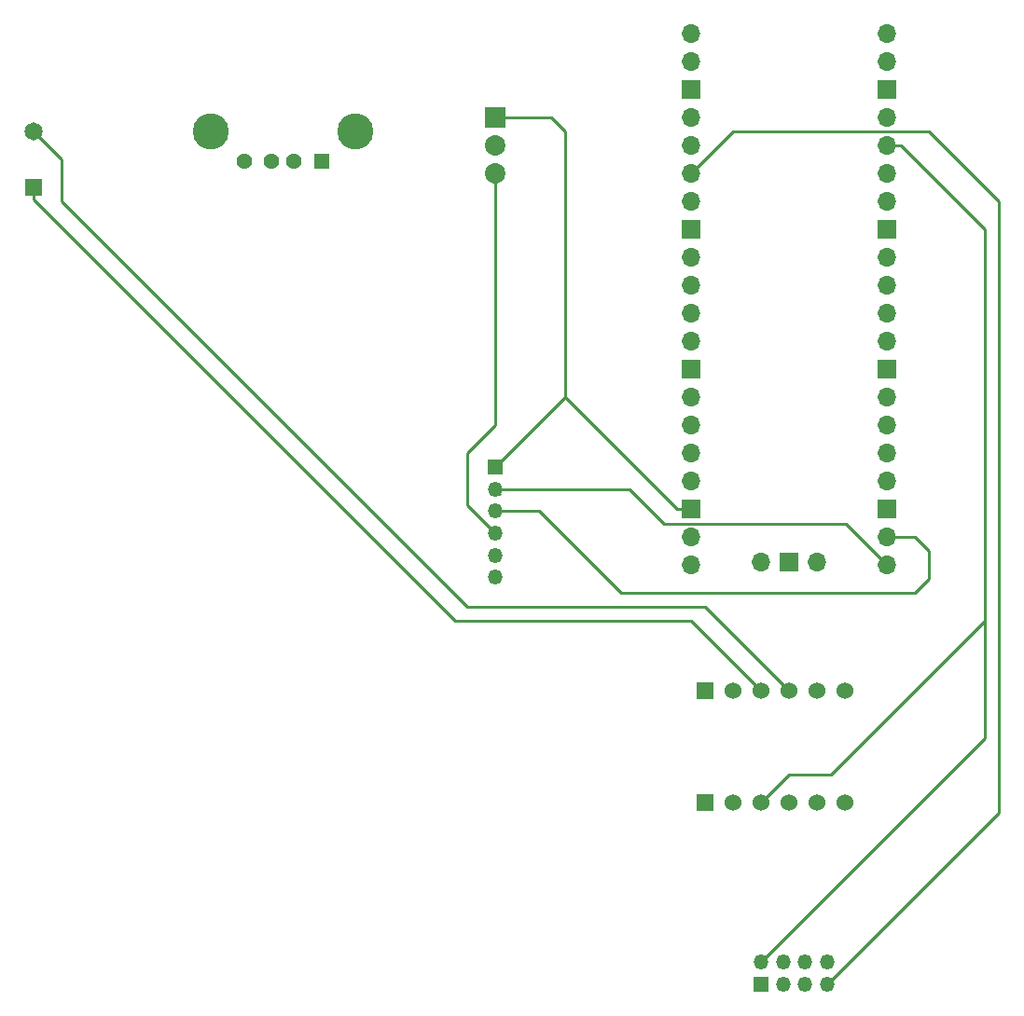
<source format=gbr>
%TF.GenerationSoftware,KiCad,Pcbnew,(5.1.10-1-10_14)*%
%TF.CreationDate,2021-09-06T17:53:20-04:00*%
%TF.ProjectId,CC_PCB_V1,43435f50-4342-45f5-9631-2e6b69636164,rev?*%
%TF.SameCoordinates,Original*%
%TF.FileFunction,Copper,L2,Bot*%
%TF.FilePolarity,Positive*%
%FSLAX46Y46*%
G04 Gerber Fmt 4.6, Leading zero omitted, Abs format (unit mm)*
G04 Created by KiCad (PCBNEW (5.1.10-1-10_14)) date 2021-09-06 17:53:20*
%MOMM*%
%LPD*%
G01*
G04 APERTURE LIST*
%TA.AperFunction,ComponentPad*%
%ADD10C,1.650000*%
%TD*%
%TA.AperFunction,ComponentPad*%
%ADD11R,1.650000X1.650000*%
%TD*%
%TA.AperFunction,ComponentPad*%
%ADD12O,1.700000X1.700000*%
%TD*%
%TA.AperFunction,ComponentPad*%
%ADD13R,1.700000X1.700000*%
%TD*%
%TA.AperFunction,ComponentPad*%
%ADD14C,1.860000*%
%TD*%
%TA.AperFunction,ComponentPad*%
%ADD15R,1.860000X1.860000*%
%TD*%
%TA.AperFunction,ComponentPad*%
%ADD16O,1.350000X1.350000*%
%TD*%
%TA.AperFunction,ComponentPad*%
%ADD17R,1.350000X1.350000*%
%TD*%
%TA.AperFunction,ComponentPad*%
%ADD18C,3.276000*%
%TD*%
%TA.AperFunction,ComponentPad*%
%ADD19C,1.428000*%
%TD*%
%TA.AperFunction,ComponentPad*%
%ADD20R,1.428000X1.428000*%
%TD*%
%TA.AperFunction,ComponentPad*%
%ADD21C,1.524000*%
%TD*%
%TA.AperFunction,ComponentPad*%
%ADD22R,1.524000X1.524000*%
%TD*%
%TA.AperFunction,Conductor*%
%ADD23C,0.250000*%
%TD*%
G04 APERTURE END LIST*
D10*
%TO.P,Screw_Terminal1,2*%
%TO.N,Net-(Screw_Terminal1-Pad2)*%
X68580000Y-35560000D03*
D11*
%TO.P,Screw_Terminal1,1*%
%TO.N,Net-(Screw_Terminal1-Pad1)*%
X68580000Y-40640000D03*
%TD*%
D12*
%TO.P,U1,43*%
%TO.N,Net-(U1-Pad43)*%
X139700000Y-74700000D03*
D13*
%TO.P,U1,42*%
%TO.N,Net-(U1-Pad42)*%
X137160000Y-74700000D03*
D12*
%TO.P,U1,41*%
%TO.N,Net-(U1-Pad41)*%
X134620000Y-74700000D03*
%TO.P,U1,40*%
%TO.N,Net-(U1-Pad40)*%
X146050000Y-26670000D03*
%TO.P,U1,39*%
%TO.N,+3V3*%
X146050000Y-29210000D03*
D13*
%TO.P,U1,38*%
%TO.N,Net-(U1-Pad38)*%
X146050000Y-31750000D03*
D12*
%TO.P,U1,37*%
%TO.N,Net-(U1-Pad37)*%
X146050000Y-34290000D03*
%TO.P,U1,36*%
%TO.N,+3V3*%
X146050000Y-36830000D03*
%TO.P,U1,35*%
%TO.N,Net-(U1-Pad35)*%
X146050000Y-39370000D03*
%TO.P,U1,34*%
%TO.N,GP28*%
X146050000Y-41910000D03*
D13*
%TO.P,U1,33*%
%TO.N,Net-(U1-Pad33)*%
X146050000Y-44450000D03*
D12*
%TO.P,U1,32*%
%TO.N,Net-(U1-Pad32)*%
X146050000Y-46990000D03*
%TO.P,U1,31*%
%TO.N,Net-(U1-Pad31)*%
X146050000Y-49530000D03*
%TO.P,U1,30*%
%TO.N,Net-(U1-Pad30)*%
X146050000Y-52070000D03*
%TO.P,U1,29*%
%TO.N,Net-(U1-Pad29)*%
X146050000Y-54610000D03*
D13*
%TO.P,U1,28*%
%TO.N,Net-(U1-Pad28)*%
X146050000Y-57150000D03*
D12*
%TO.P,U1,27*%
%TO.N,Net-(U1-Pad27)*%
X146050000Y-59690000D03*
%TO.P,U1,26*%
%TO.N,Net-(U1-Pad26)*%
X146050000Y-62230000D03*
%TO.P,U1,25*%
%TO.N,Net-(U1-Pad25)*%
X146050000Y-64770000D03*
%TO.P,U1,24*%
%TO.N,Net-(U1-Pad24)*%
X146050000Y-67310000D03*
D13*
%TO.P,U1,23*%
%TO.N,Net-(U1-Pad23)*%
X146050000Y-69850000D03*
D12*
%TO.P,U1,22*%
%TO.N,GP17*%
X146050000Y-72390000D03*
%TO.P,U1,21*%
%TO.N,GP16*%
X146050000Y-74930000D03*
%TO.P,U1,20*%
%TO.N,GP15*%
X128270000Y-74930000D03*
%TO.P,U1,19*%
%TO.N,GP14*%
X128270000Y-72390000D03*
D13*
%TO.P,U1,18*%
%TO.N,GND*%
X128270000Y-69850000D03*
D12*
%TO.P,U1,17*%
%TO.N,Net-(U1-Pad17)*%
X128270000Y-67310000D03*
%TO.P,U1,16*%
%TO.N,Net-(U1-Pad16)*%
X128270000Y-64770000D03*
%TO.P,U1,15*%
%TO.N,Net-(U1-Pad15)*%
X128270000Y-62230000D03*
%TO.P,U1,14*%
%TO.N,Net-(U1-Pad14)*%
X128270000Y-59690000D03*
D13*
%TO.P,U1,13*%
%TO.N,Net-(U1-Pad13)*%
X128270000Y-57150000D03*
D12*
%TO.P,U1,12*%
%TO.N,Net-(U1-Pad12)*%
X128270000Y-54610000D03*
%TO.P,U1,11*%
%TO.N,Net-(U1-Pad11)*%
X128270000Y-52070000D03*
%TO.P,U1,10*%
%TO.N,GP7*%
X128270000Y-49530000D03*
%TO.P,U1,9*%
%TO.N,GP6*%
X128270000Y-46990000D03*
D13*
%TO.P,U1,8*%
%TO.N,Net-(U1-Pad8)*%
X128270000Y-44450000D03*
D12*
%TO.P,U1,7*%
%TO.N,Net-(U1-Pad7)*%
X128270000Y-41910000D03*
%TO.P,U1,6*%
%TO.N,GP4*%
X128270000Y-39370000D03*
%TO.P,U1,5*%
%TO.N,Net-(U1-Pad5)*%
X128270000Y-36830000D03*
%TO.P,U1,4*%
%TO.N,Net-(U1-Pad4)*%
X128270000Y-34290000D03*
D13*
%TO.P,U1,3*%
%TO.N,Net-(U1-Pad3)*%
X128270000Y-31750000D03*
D12*
%TO.P,U1,2*%
%TO.N,Net-(U1-Pad2)*%
X128270000Y-29210000D03*
%TO.P,U1,1*%
%TO.N,Net-(U1-Pad1)*%
X128270000Y-26670000D03*
%TD*%
D14*
%TO.P,VR1,3*%
%TO.N,+5V*%
X110490000Y-39370000D03*
%TO.P,VR1,2*%
%TO.N,+3V3*%
X110490000Y-36830000D03*
D15*
%TO.P,VR1,1*%
%TO.N,GND*%
X110490000Y-34290000D03*
%TD*%
D16*
%TO.P,J5,6*%
%TO.N,Net-(J5-Pad6)*%
X110490000Y-76040000D03*
%TO.P,J5,5*%
%TO.N,Net-(J5-Pad5)*%
X110490000Y-74040000D03*
%TO.P,J5,4*%
%TO.N,+5V*%
X110490000Y-72040000D03*
%TO.P,J5,3*%
%TO.N,GP17*%
X110490000Y-70040000D03*
%TO.P,J5,2*%
%TO.N,GP16*%
X110490000Y-68040000D03*
D17*
%TO.P,J5,1*%
%TO.N,GND*%
X110490000Y-66040000D03*
%TD*%
D18*
%TO.P,J3,S2*%
%TO.N,Net-(J3-PadS1)*%
X84650000Y-35560000D03*
%TO.P,J3,S1*%
X97790000Y-35560000D03*
D19*
%TO.P,J3,4*%
%TO.N,GND*%
X87720000Y-38270000D03*
%TO.P,J3,3*%
%TO.N,Net-(J3-Pad3)*%
X90220000Y-38270000D03*
%TO.P,J3,2*%
%TO.N,Net-(J3-Pad2)*%
X92220000Y-38270000D03*
D20*
%TO.P,J3,1*%
%TO.N,+5V*%
X94720000Y-38270000D03*
%TD*%
D16*
%TO.P,J2,8*%
%TO.N,Net-(J2-Pad8)*%
X140620000Y-111030000D03*
%TO.P,J2,7*%
%TO.N,GP4*%
X140620000Y-113030000D03*
%TO.P,J2,6*%
%TO.N,GP7*%
X138620000Y-111030000D03*
%TO.P,J2,5*%
%TO.N,GP6*%
X138620000Y-113030000D03*
%TO.P,J2,4*%
%TO.N,GP15*%
X136620000Y-111030000D03*
%TO.P,J2,3*%
%TO.N,GP14*%
X136620000Y-113030000D03*
%TO.P,J2,2*%
%TO.N,+3V3*%
X134620000Y-111030000D03*
D17*
%TO.P,J2,1*%
%TO.N,GND*%
X134620000Y-113030000D03*
%TD*%
D21*
%TO.P,U2,HV4*%
%TO.N,Net-(U2-PadHV4)*%
X142240000Y-86360000D03*
%TO.P,U2,HV3*%
%TO.N,Net-(U2-PadHV3)*%
X139700000Y-86360000D03*
%TO.P,U2,GND_1*%
%TO.N,Net-(Screw_Terminal1-Pad2)*%
X137160000Y-86360000D03*
%TO.P,U2,HV*%
%TO.N,Net-(Screw_Terminal1-Pad1)*%
X134620000Y-86360000D03*
%TO.P,U2,HV2*%
%TO.N,Net-(U2-PadHV2)*%
X132080000Y-86360000D03*
D22*
%TO.P,U2,HV1*%
%TO.N,Net-(U2-PadHV1)*%
X129540000Y-86360000D03*
D21*
%TO.P,U2,LV4*%
%TO.N,Net-(U2-PadLV4)*%
X142240000Y-96520000D03*
%TO.P,U2,LV3*%
%TO.N,Net-(U2-PadLV3)*%
X139700000Y-96520000D03*
%TO.P,U2,GND_2*%
%TO.N,Net-(Screw_Terminal1-Pad2)*%
X137160000Y-96520000D03*
%TO.P,U2,LV*%
%TO.N,+3V3*%
X134620000Y-96520000D03*
%TO.P,U2,LV2*%
%TO.N,Net-(U2-PadLV2)*%
X132080000Y-96520000D03*
D22*
%TO.P,U2,LV1*%
%TO.N,GP28*%
X129540000Y-96520000D03*
%TD*%
D23*
%TO.N,+3V3*%
X154940000Y-44450000D02*
X154940000Y-76200000D01*
X147320000Y-36830000D02*
X154940000Y-44450000D01*
X146050000Y-36830000D02*
X147320000Y-36830000D01*
X135890000Y-95250000D02*
X134620000Y-96520000D01*
X137160000Y-93980000D02*
X135890000Y-95250000D01*
X154940000Y-80010000D02*
X140970000Y-93980000D01*
X140970000Y-93980000D02*
X137160000Y-93980000D01*
X154940000Y-76200000D02*
X154940000Y-80010000D01*
X154940000Y-90710000D02*
X134620000Y-111030000D01*
X154940000Y-76200000D02*
X154940000Y-90710000D01*
%TO.N,GP4*%
X149860000Y-35560000D02*
X156210000Y-41910000D01*
X156210000Y-97440000D02*
X140620000Y-113030000D01*
X132080000Y-35560000D02*
X149860000Y-35560000D01*
X156210000Y-41910000D02*
X156210000Y-97440000D01*
X128270000Y-39370000D02*
X132080000Y-35560000D01*
%TO.N,GND*%
X115570000Y-60960000D02*
X110490000Y-66040000D01*
X116840000Y-59690000D02*
X115570000Y-60960000D01*
X116840000Y-35560000D02*
X116840000Y-59690000D01*
X115570000Y-34290000D02*
X116840000Y-35560000D01*
X110490000Y-34290000D02*
X115570000Y-34290000D01*
X128270000Y-69850000D02*
X127000000Y-69850000D01*
X127000000Y-69850000D02*
X116840000Y-59690000D01*
%TO.N,+5V*%
X110490000Y-39370000D02*
X110490000Y-62230000D01*
X110490000Y-62230000D02*
X107950000Y-64770000D01*
X107950000Y-69500000D02*
X110490000Y-72040000D01*
X107950000Y-64770000D02*
X107950000Y-69500000D01*
%TO.N,GP17*%
X149860000Y-76200000D02*
X148590000Y-77470000D01*
X148590000Y-77470000D02*
X121920000Y-77470000D01*
X149860000Y-73660000D02*
X149860000Y-76200000D01*
X114490000Y-70040000D02*
X110490000Y-70040000D01*
X148590000Y-72390000D02*
X149860000Y-73660000D01*
X121920000Y-77470000D02*
X114490000Y-70040000D01*
X146050000Y-72390000D02*
X148590000Y-72390000D01*
%TO.N,GP16*%
X110490000Y-68040000D02*
X110935001Y-68485001D01*
X122650000Y-68040000D02*
X110490000Y-68040000D01*
X125824999Y-71214999D02*
X122650000Y-68040000D01*
X142334999Y-71214999D02*
X125824999Y-71214999D01*
X146050000Y-74930000D02*
X142334999Y-71214999D01*
%TO.N,Net-(Screw_Terminal1-Pad2)*%
X107927192Y-78740000D02*
X71120000Y-41932808D01*
X71120000Y-38100000D02*
X68580000Y-35560000D01*
X71120000Y-41932808D02*
X71120000Y-38100000D01*
X129540000Y-78740000D02*
X107927192Y-78740000D01*
X137160000Y-86360000D02*
X129540000Y-78740000D01*
%TO.N,Net-(Screw_Terminal1-Pad1)*%
X68580000Y-41715000D02*
X68580000Y-40640000D01*
X134620000Y-86360000D02*
X128270000Y-80010000D01*
X106875000Y-80010000D02*
X68580000Y-41715000D01*
X128270000Y-80010000D02*
X106875000Y-80010000D01*
%TD*%
M02*

</source>
